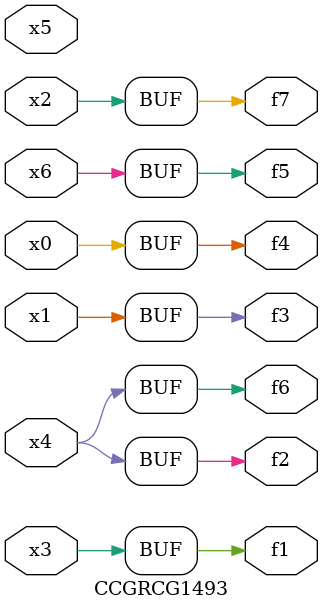
<source format=v>
module CCGRCG1493(
	input x0, x1, x2, x3, x4, x5, x6,
	output f1, f2, f3, f4, f5, f6, f7
);
	assign f1 = x3;
	assign f2 = x4;
	assign f3 = x1;
	assign f4 = x0;
	assign f5 = x6;
	assign f6 = x4;
	assign f7 = x2;
endmodule

</source>
